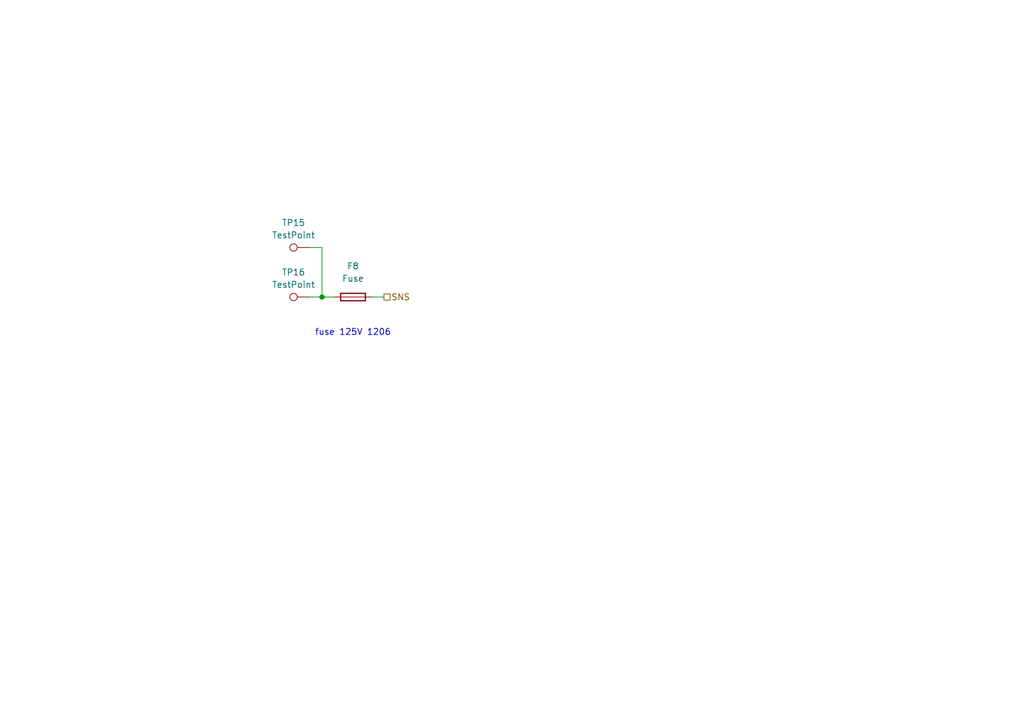
<source format=kicad_sch>
(kicad_sch (version 20231120) (generator "eeschema") (generator_version "8.0")
  (paper "A5")
  (lib_symbols
    (symbol "Connector:TestPoint" (pin_numbers hide) (pin_names (offset 0.762) hide)
      (property "Reference" "TP" (at 0 6.858 0))
      (property "Value" "TestPoint" (at 0 5.08 0))
      (symbol "TestPoint_0_1"
        (circle (center 0 3.302) (radius 0.762))
      )
      (symbol "TestPoint_1_1"
        (pin passive line (at 0 0 90) (length 2.54) (name "1") (number "1"))
      )
    )
    (symbol "Device:Fuse" (pin_numbers hide) (pin_names (offset 0))
      (property "Reference" "F" (at 2.032 0 90))
      (property "Value" "Fuse" (at -1.905 0 90))
      (symbol "Fuse_0_1"
        (rectangle (start -0.762 -2.54) (end 0.762 2.54) (stroke (width 0.254)))
        (polyline (pts (xy 0 2.54) (xy 0 -2.54)))
      )
      (symbol "Fuse_1_1"
        (pin passive line (at 0 3.81 270) (length 1.27) (name "~") (number "1"))
        (pin passive line (at 0 -3.81 90) (length 1.27) (name "~") (number "2"))
      )
    )
  )
  (junction (at 66.04 60.96))
  (wire (pts (xy 76.2 60.96) (xy 78.74 60.96)))
  (wire (pts (xy 66.04 50.8) (xy 66.04 60.96)))
  (wire (pts (xy 63.5 50.8) (xy 66.04 50.8)))
  (wire (pts (xy 66.04 60.96) (xy 63.5 60.96)))
  (wire (pts (xy 66.04 60.96) (xy 68.58 60.96)))
  (text "fuse 125V 1206" (at 72.39 68.326 0) (effects (font (size 1.27 1.27))))
  (hierarchical_label "SNS" (shape passive) (at 78.74 60.96 0))
  (symbol (lib_id "Device:Fuse") (at 72.39 60.96 90) (unit 1)
    (property "Reference" "F17" (at 72.39 54.61 90))
    (property "Value" "Fuse" (at 72.39 57.15 90))
    (property "Description" "Fuse" (effects (hide yes)))
    (property "LCSC" "C151132" (effects (hide yes)))
    (instances (project "bms-carrier" (path "" (reference "F8") (unit 1)) (path "" (reference "F12") (unit 1)) (path "" (reference "F9") (unit 1)) (path "" (reference "F15") (unit 1)) (path "" (reference "F11") (unit 1)) (path "" (reference "F7") (unit 1)) (path "" (reference "F16") (unit 1)) (path "" (reference "F2") (unit 1)) (path "" (reference "F4") (unit 1)) (path "" (reference "F17") (unit 1)) (path "" (reference "F14") (unit 1)) (path "" (reference "F1") (unit 1)) (path "" (reference "F5") (unit 1)) (path "" (reference "F10") (unit 1)) (path "" (reference "F6") (unit 1)) (path "" (reference "F13") (unit 1)) (path "" (reference "F3") (unit 1))))
  )
  (symbol (lib_id "Connector:TestPoint") (at 63.5 60.96 90) (unit 1)
    (property "Reference" "TP34" (at 60.198 55.88 90))
    (property "Value" "TestPoint" (at 60.198 58.42 90))
    (property "Description" "test point" (effects (hide yes)))
    (instances (project "bms-carrier" (path "" (reference "TP16") (unit 1)) (path "" (reference "TP24") (unit 1)) (path "" (reference "TP18") (unit 1)) (path "" (reference "TP30") (unit 1)) (path "" (reference "TP22") (unit 1)) (path "" (reference "TP14") (unit 1)) (path "" (reference "TP32") (unit 1)) (path "" (reference "TP4") (unit 1)) (path "" (reference "TP8") (unit 1)) (path "" (reference "TP34") (unit 1)) (path "" (reference "TP28") (unit 1)) (path "" (reference "TP2") (unit 1)) (path "" (reference "TP10") (unit 1)) (path "" (reference "TP20") (unit 1)) (path "" (reference "TP12") (unit 1)) (path "" (reference "TP26") (unit 1)) (path "" (reference "TP6") (unit 1))))
  )
  (symbol (lib_id "Connector:TestPoint") (at 63.5 50.8 90) (unit 1)
    (property "Reference" "TP15" (at 60.198 45.72 90))
    (property "Value" "TestPoint" (at 60.198 48.26 90))
    (property "Description" "test point" (effects (hide yes)))
    (instances (project "bms-carrier" (path "" (reference "TP15") (unit 1)) (path "" (reference "TP23") (unit 1)) (path "" (reference "TP17") (unit 1)) (path "" (reference "TP29") (unit 1)) (path "" (reference "TP21") (unit 1)) (path "" (reference "TP13") (unit 1)) (path "" (reference "TP31") (unit 1)) (path "" (reference "TP3") (unit 1)) (path "" (reference "TP7") (unit 1)) (path "" (reference "TP33") (unit 1)) (path "" (reference "TP27") (unit 1)) (path "" (reference "TP9") (unit 1)) (path "" (reference "TP19") (unit 1)) (path "" (reference "TP11") (unit 1)) (path "" (reference "TP25") (unit 1)) (path "" (reference "TP5") (unit 1))))
  )
)
</source>
